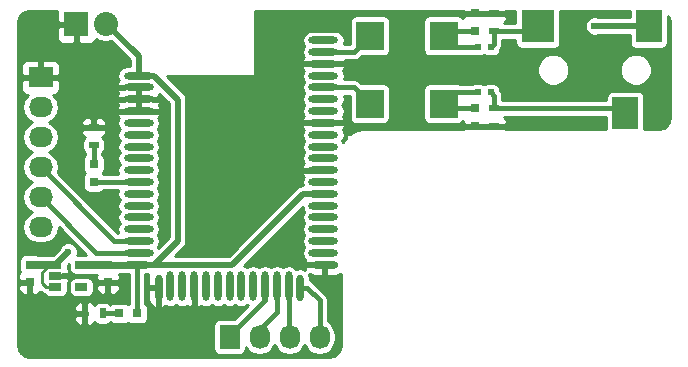
<source format=gtl>
G04 #@! TF.FileFunction,Copper,L1,Top,Signal*
%FSLAX46Y46*%
G04 Gerber Fmt 4.6, Leading zero omitted, Abs format (unit mm)*
G04 Created by KiCad (PCBNEW 4.0.2+e4-6225~38~ubuntu15.04.1-stable) date Mon 20 Jun 2016 12:15:46 AM PDT*
%MOMM*%
G01*
G04 APERTURE LIST*
%ADD10C,0.100000*%
%ADD11C,0.600000*%
%ADD12R,0.750000X0.800000*%
%ADD13R,2.370000X2.430000*%
%ADD14R,0.797560X0.797560*%
%ADD15R,0.600000X0.500000*%
%ADD16R,2.032000X1.727200*%
%ADD17O,2.032000X1.727200*%
%ADD18R,1.727200X2.032000*%
%ADD19O,1.727200X2.032000*%
%ADD20R,2.200000X2.800000*%
%ADD21R,2.800000X2.800000*%
%ADD22R,0.900000X0.500000*%
%ADD23R,0.500000X0.900000*%
%ADD24O,2.250000X0.600000*%
%ADD25O,2.500000X0.600000*%
%ADD26O,0.600000X2.250000*%
%ADD27O,0.600000X2.500000*%
%ADD28R,1.060000X0.650000*%
%ADD29R,2.032000X2.032000*%
%ADD30O,2.032000X2.032000*%
%ADD31C,0.500000*%
%ADD32C,0.650000*%
%ADD33C,0.250000*%
%ADD34C,0.400000*%
%ADD35C,0.600000*%
%ADD36C,0.254000*%
G04 APERTURE END LIST*
D10*
D11*
X148700000Y-79100000D03*
X144500000Y-79100000D03*
X148700000Y-88640000D03*
X144500000Y-88640000D03*
X131150000Y-83370000D03*
X134750000Y-83370000D03*
X134750000Y-88370000D03*
X131150000Y-88370000D03*
X131150000Y-92370000D03*
X131275000Y-100370000D03*
X122000000Y-104000000D03*
X119000000Y-104000000D03*
X114700000Y-103000000D03*
X111700000Y-104500000D03*
X111350000Y-101320000D03*
X108100000Y-103000000D03*
X112250000Y-88750000D03*
X119100000Y-86370000D03*
X115500000Y-86370000D03*
X115500000Y-85370000D03*
D12*
X108100000Y-100370000D03*
X108100000Y-101870000D03*
X114700000Y-100370000D03*
X114700000Y-101870000D03*
D13*
X143120000Y-81000000D03*
X136880000Y-81000000D03*
X143120000Y-86740000D03*
X136880000Y-86740000D03*
D12*
X145750000Y-87140000D03*
X145750000Y-88640000D03*
X145750000Y-79100000D03*
X145750000Y-80600000D03*
D14*
X113500000Y-93370000D03*
X113500000Y-91871400D03*
X117179300Y-104500000D03*
X115680700Y-104500000D03*
D15*
X146000000Y-81965000D03*
X147100000Y-81965000D03*
X147100000Y-85775000D03*
X146000000Y-85775000D03*
D16*
X109000000Y-84500000D03*
D17*
X109000000Y-87040000D03*
X109000000Y-89580000D03*
X109000000Y-92120000D03*
X109000000Y-94660000D03*
X109000000Y-97200000D03*
D18*
X125000000Y-106500000D03*
D19*
X127540000Y-106500000D03*
X130080000Y-106500000D03*
X132620000Y-106500000D03*
D20*
X160500000Y-80170000D03*
D21*
X151100000Y-80170000D03*
D20*
X158500000Y-87570000D03*
D22*
X113500000Y-90250000D03*
X113500000Y-88750000D03*
D23*
X114250000Y-104500000D03*
X112750000Y-104500000D03*
D22*
X147400000Y-79100000D03*
X147400000Y-80600000D03*
X147400000Y-87140000D03*
X147400000Y-88640000D03*
D24*
X117175000Y-100370000D03*
D25*
X117300000Y-99370000D03*
X117300000Y-98370000D03*
X117300000Y-97370000D03*
X117300000Y-96370000D03*
X117300000Y-95370000D03*
X117300000Y-94370000D03*
X117300000Y-93370000D03*
X117300000Y-92370000D03*
X117300000Y-91370000D03*
X117300000Y-90370000D03*
X117300000Y-89370000D03*
X117300000Y-88370000D03*
X117300000Y-87370000D03*
X117300000Y-86370000D03*
X117300000Y-85370000D03*
X117300000Y-84370000D03*
D24*
X133075000Y-100370000D03*
D25*
X132950000Y-99370000D03*
X132950000Y-98370000D03*
X132950000Y-97370000D03*
X132950000Y-96370000D03*
X132950000Y-95370000D03*
X132950000Y-94370000D03*
X132950000Y-93370000D03*
X132950000Y-92370000D03*
X132950000Y-91370000D03*
X132950000Y-90370000D03*
X132950000Y-89370000D03*
X132950000Y-88370000D03*
X132950000Y-87370000D03*
X132950000Y-86370000D03*
X132950000Y-85370000D03*
X132950000Y-84370000D03*
X132950000Y-83370000D03*
X132950000Y-82370000D03*
X132950000Y-81370000D03*
D26*
X119000000Y-102325000D03*
D27*
X120000000Y-102200000D03*
X121000000Y-102200000D03*
X122000000Y-102200000D03*
X123000000Y-102200000D03*
X124000000Y-102200000D03*
X125000000Y-102200000D03*
X126000000Y-102200000D03*
X127000000Y-102200000D03*
X128000000Y-102200000D03*
X129000000Y-102200000D03*
X130000000Y-102200000D03*
D26*
X131000000Y-102325000D03*
D28*
X110250000Y-100370000D03*
X110250000Y-101320000D03*
X110250000Y-102270000D03*
X112450000Y-102270000D03*
X112450000Y-100370000D03*
D29*
X112040000Y-80020000D03*
D30*
X114580000Y-80020000D03*
D11*
X111350000Y-99270000D03*
X155900000Y-80160000D03*
D31*
X110250000Y-100370000D02*
X111350000Y-99270000D01*
D32*
X108100000Y-100370000D02*
X110250000Y-100370000D01*
D33*
X110250000Y-100370000D02*
X109759998Y-100370000D01*
X109759998Y-100370000D02*
X109150000Y-100979998D01*
X109150000Y-100979998D02*
X109150000Y-101950000D01*
X109150000Y-101950000D02*
X109470000Y-102270000D01*
X109470000Y-102270000D02*
X110250000Y-102270000D01*
D34*
X117175000Y-100370000D02*
X117175000Y-104495700D01*
D33*
X117175000Y-104495700D02*
X117179300Y-104500000D01*
D31*
X117300000Y-84370000D02*
X118580000Y-84370000D01*
X118580000Y-84370000D02*
X120600000Y-86390000D01*
X120600000Y-86390000D02*
X120600000Y-98350000D01*
X120600000Y-98350000D02*
X118580000Y-100370000D01*
X118580000Y-100370000D02*
X117175000Y-100370000D01*
X117175000Y-100370000D02*
X125240000Y-100370000D01*
X117300000Y-82740000D02*
X117300000Y-84370000D01*
X114580000Y-80020000D02*
X117300000Y-82740000D01*
D32*
X112450000Y-100370000D02*
X114700000Y-100370000D01*
D35*
X114700000Y-100370000D02*
X117175000Y-100370000D01*
D31*
X125240000Y-100370000D02*
X131240000Y-94370000D01*
X131240000Y-94370000D02*
X132950000Y-94370000D01*
D34*
X145750000Y-80600000D02*
X143520000Y-80600000D01*
X143520000Y-80600000D02*
X143120000Y-81000000D01*
X146000000Y-81965000D02*
X144085000Y-81965000D01*
X144085000Y-81965000D02*
X143120000Y-81000000D01*
X132950000Y-82370000D02*
X135510000Y-82370000D01*
X135510000Y-82370000D02*
X136880000Y-81000000D01*
X145750000Y-87140000D02*
X143520000Y-87140000D01*
X143520000Y-87140000D02*
X143120000Y-86740000D01*
X146000000Y-85775000D02*
X144085000Y-85775000D01*
X144085000Y-85775000D02*
X143120000Y-86740000D01*
X132950000Y-85370000D02*
X135510000Y-85370000D01*
X135510000Y-85370000D02*
X136880000Y-86740000D01*
X113500000Y-93370000D02*
X117300000Y-93370000D01*
X113500000Y-91871400D02*
X113500000Y-90250000D01*
X115680700Y-104500000D02*
X114250000Y-104500000D01*
X147400000Y-80600000D02*
X147400000Y-81665000D01*
X147400000Y-81665000D02*
X147100000Y-81965000D01*
X147400000Y-80600000D02*
X150670000Y-80600000D01*
X150670000Y-80600000D02*
X151100000Y-80170000D01*
X147400000Y-87140000D02*
X147400000Y-86075000D01*
X147400000Y-86075000D02*
X147100000Y-85775000D01*
X147400000Y-87140000D02*
X158070000Y-87140000D01*
X158070000Y-87140000D02*
X158500000Y-87570000D01*
X117300000Y-98370000D02*
X115250000Y-98370000D01*
X115250000Y-98370000D02*
X109000000Y-92120000D01*
X117300000Y-99370000D02*
X113710000Y-99370000D01*
X113710000Y-99370000D02*
X109000000Y-94660000D01*
X128000000Y-102200000D02*
X128000000Y-103347600D01*
X128000000Y-103347600D02*
X125000000Y-106347600D01*
X125000000Y-106347600D02*
X125000000Y-106500000D01*
X127540000Y-106500000D02*
X127540000Y-105810000D01*
X127540000Y-105810000D02*
X129000000Y-104350000D01*
X129000000Y-104350000D02*
X129000000Y-102200000D01*
X130000000Y-102200000D02*
X130000000Y-106420000D01*
X130000000Y-106420000D02*
X130080000Y-106500000D01*
X132620000Y-103395000D02*
X132620000Y-106500000D01*
X131000000Y-102325000D02*
X131550000Y-102325000D01*
X131550000Y-102325000D02*
X132620000Y-103395000D01*
D31*
X155900000Y-80160000D02*
X160490000Y-80160000D01*
D33*
X160490000Y-80160000D02*
X160500000Y-80170000D01*
D36*
G36*
X110389000Y-79734250D02*
X110547750Y-79893000D01*
X111913000Y-79893000D01*
X111913000Y-79873000D01*
X112167000Y-79873000D01*
X112167000Y-79893000D01*
X112187000Y-79893000D01*
X112187000Y-80147000D01*
X112167000Y-80147000D01*
X112167000Y-81512250D01*
X112325750Y-81671000D01*
X113182309Y-81671000D01*
X113415698Y-81574327D01*
X113594327Y-81395699D01*
X113664621Y-81225994D01*
X113966933Y-81427992D01*
X114550143Y-81544000D01*
X114609857Y-81544000D01*
X114961983Y-81473957D01*
X116542000Y-83053974D01*
X116542000Y-83562000D01*
X116315559Y-83562000D01*
X116006351Y-83623505D01*
X115744217Y-83798658D01*
X115569064Y-84060792D01*
X115507559Y-84370000D01*
X115569064Y-84679208D01*
X115630372Y-84770962D01*
X115599052Y-84798657D01*
X115454937Y-85099653D01*
X115584210Y-85243000D01*
X117173000Y-85243000D01*
X117173000Y-85223000D01*
X117427000Y-85223000D01*
X117427000Y-85243000D01*
X117447000Y-85243000D01*
X117447000Y-85435000D01*
X117427000Y-85435000D01*
X117427000Y-86305000D01*
X118377000Y-86305000D01*
X118557214Y-86243000D01*
X119015790Y-86243000D01*
X119145063Y-86099653D01*
X119059984Y-85921958D01*
X119842000Y-86703974D01*
X119842000Y-98036026D01*
X118945339Y-98932687D01*
X118903452Y-98870000D01*
X119030936Y-98679208D01*
X119092441Y-98370000D01*
X119030936Y-98060792D01*
X118903452Y-97870000D01*
X119030936Y-97679208D01*
X119092441Y-97370000D01*
X119030936Y-97060792D01*
X118903452Y-96870000D01*
X119030936Y-96679208D01*
X119092441Y-96370000D01*
X119030936Y-96060792D01*
X118903452Y-95870000D01*
X119030936Y-95679208D01*
X119092441Y-95370000D01*
X119030936Y-95060792D01*
X118903452Y-94870000D01*
X119030936Y-94679208D01*
X119092441Y-94370000D01*
X119030936Y-94060792D01*
X118903452Y-93870000D01*
X119030936Y-93679208D01*
X119092441Y-93370000D01*
X119030936Y-93060792D01*
X118903452Y-92870000D01*
X119030936Y-92679208D01*
X119092441Y-92370000D01*
X119030936Y-92060792D01*
X118903452Y-91870000D01*
X119030936Y-91679208D01*
X119092441Y-91370000D01*
X119030936Y-91060792D01*
X118903452Y-90870000D01*
X119030936Y-90679208D01*
X119092441Y-90370000D01*
X119030936Y-90060792D01*
X118903452Y-89870000D01*
X119030936Y-89679208D01*
X119092441Y-89370000D01*
X119030936Y-89060792D01*
X118903452Y-88870000D01*
X119030936Y-88679208D01*
X119092441Y-88370000D01*
X119030936Y-88060792D01*
X118969628Y-87969038D01*
X119000948Y-87941343D01*
X119145063Y-87640347D01*
X119015790Y-87497000D01*
X117427000Y-87497000D01*
X117427000Y-87517000D01*
X117173000Y-87517000D01*
X117173000Y-87497000D01*
X115584210Y-87497000D01*
X115454937Y-87640347D01*
X115599052Y-87941343D01*
X115630372Y-87969038D01*
X115569064Y-88060792D01*
X115507559Y-88370000D01*
X115569064Y-88679208D01*
X115696548Y-88870000D01*
X115569064Y-89060792D01*
X115507559Y-89370000D01*
X115569064Y-89679208D01*
X115696548Y-89870000D01*
X115569064Y-90060792D01*
X115507559Y-90370000D01*
X115569064Y-90679208D01*
X115696548Y-90870000D01*
X115569064Y-91060792D01*
X115507559Y-91370000D01*
X115569064Y-91679208D01*
X115696548Y-91870000D01*
X115569064Y-92060792D01*
X115507559Y-92370000D01*
X115565641Y-92662000D01*
X114303470Y-92662000D01*
X114275545Y-92618603D01*
X114375925Y-92471692D01*
X114416732Y-92270180D01*
X114416732Y-91472620D01*
X114381310Y-91284367D01*
X114270052Y-91111467D01*
X114208000Y-91069069D01*
X114208000Y-90937649D01*
X114311153Y-90871272D01*
X114427145Y-90701512D01*
X114467952Y-90500000D01*
X114467952Y-90000000D01*
X114432530Y-89811747D01*
X114321272Y-89638847D01*
X114225313Y-89573281D01*
X114309699Y-89538327D01*
X114488327Y-89359698D01*
X114585000Y-89126309D01*
X114585000Y-89033750D01*
X114426250Y-88875000D01*
X113627000Y-88875000D01*
X113627000Y-88897000D01*
X113373000Y-88897000D01*
X113373000Y-88875000D01*
X112573750Y-88875000D01*
X112415000Y-89033750D01*
X112415000Y-89126309D01*
X112511673Y-89359698D01*
X112690301Y-89538327D01*
X112774886Y-89573363D01*
X112688847Y-89628728D01*
X112572855Y-89798488D01*
X112532048Y-90000000D01*
X112532048Y-90500000D01*
X112567470Y-90688253D01*
X112678728Y-90861153D01*
X112792000Y-90938548D01*
X112792000Y-91067930D01*
X112740067Y-91101348D01*
X112624075Y-91271108D01*
X112583268Y-91472620D01*
X112583268Y-92270180D01*
X112618690Y-92458433D01*
X112724455Y-92622797D01*
X112624075Y-92769708D01*
X112583268Y-92971220D01*
X112583268Y-93768780D01*
X112618690Y-93957033D01*
X112729948Y-94129933D01*
X112899708Y-94245925D01*
X113101220Y-94286732D01*
X113898780Y-94286732D01*
X114087033Y-94251310D01*
X114259933Y-94140052D01*
X114302331Y-94078000D01*
X115565641Y-94078000D01*
X115507559Y-94370000D01*
X115569064Y-94679208D01*
X115696548Y-94870000D01*
X115569064Y-95060792D01*
X115507559Y-95370000D01*
X115569064Y-95679208D01*
X115696548Y-95870000D01*
X115569064Y-96060792D01*
X115507559Y-96370000D01*
X115569064Y-96679208D01*
X115696548Y-96870000D01*
X115569064Y-97060792D01*
X115507559Y-97370000D01*
X115565641Y-97662000D01*
X115543263Y-97662000D01*
X110462176Y-92580912D01*
X110553857Y-92120000D01*
X110449450Y-91595111D01*
X110152125Y-91150132D01*
X109707146Y-90852807D01*
X109693034Y-90850000D01*
X109707146Y-90847193D01*
X110152125Y-90549868D01*
X110449450Y-90104889D01*
X110553857Y-89580000D01*
X110449450Y-89055111D01*
X110152125Y-88610132D01*
X109798266Y-88373691D01*
X112415000Y-88373691D01*
X112415000Y-88466250D01*
X112573750Y-88625000D01*
X113373000Y-88625000D01*
X113373000Y-88023750D01*
X113627000Y-88023750D01*
X113627000Y-88625000D01*
X114426250Y-88625000D01*
X114585000Y-88466250D01*
X114585000Y-88373691D01*
X114488327Y-88140302D01*
X114309699Y-87961673D01*
X114076310Y-87865000D01*
X113785750Y-87865000D01*
X113627000Y-88023750D01*
X113373000Y-88023750D01*
X113214250Y-87865000D01*
X112923690Y-87865000D01*
X112690301Y-87961673D01*
X112511673Y-88140302D01*
X112415000Y-88373691D01*
X109798266Y-88373691D01*
X109707146Y-88312807D01*
X109693034Y-88310000D01*
X109707146Y-88307193D01*
X110152125Y-88009868D01*
X110449450Y-87564889D01*
X110553857Y-87040000D01*
X110474362Y-86640347D01*
X115454937Y-86640347D01*
X115564893Y-86870000D01*
X115454937Y-87099653D01*
X115584210Y-87243000D01*
X116042786Y-87243000D01*
X116223000Y-87305000D01*
X117173000Y-87305000D01*
X117173000Y-86435000D01*
X117427000Y-86435000D01*
X117427000Y-87305000D01*
X118377000Y-87305000D01*
X118557214Y-87243000D01*
X119015790Y-87243000D01*
X119145063Y-87099653D01*
X119035107Y-86870000D01*
X119145063Y-86640347D01*
X119015790Y-86497000D01*
X118557214Y-86497000D01*
X118377000Y-86435000D01*
X117427000Y-86435000D01*
X117173000Y-86435000D01*
X116223000Y-86435000D01*
X116042786Y-86497000D01*
X115584210Y-86497000D01*
X115454937Y-86640347D01*
X110474362Y-86640347D01*
X110449450Y-86515111D01*
X110152125Y-86070132D01*
X110045070Y-85998600D01*
X110142310Y-85998600D01*
X110375699Y-85901927D01*
X110554327Y-85723298D01*
X110588686Y-85640347D01*
X115454937Y-85640347D01*
X115564893Y-85870000D01*
X115454937Y-86099653D01*
X115584210Y-86243000D01*
X116042786Y-86243000D01*
X116223000Y-86305000D01*
X117173000Y-86305000D01*
X117173000Y-85435000D01*
X116223000Y-85435000D01*
X116042786Y-85497000D01*
X115584210Y-85497000D01*
X115454937Y-85640347D01*
X110588686Y-85640347D01*
X110651000Y-85489909D01*
X110651000Y-84785750D01*
X110492250Y-84627000D01*
X109127000Y-84627000D01*
X109127000Y-84647000D01*
X108873000Y-84647000D01*
X108873000Y-84627000D01*
X107507750Y-84627000D01*
X107349000Y-84785750D01*
X107349000Y-85489909D01*
X107445673Y-85723298D01*
X107624301Y-85901927D01*
X107857690Y-85998600D01*
X107954930Y-85998600D01*
X107847875Y-86070132D01*
X107550550Y-86515111D01*
X107446143Y-87040000D01*
X107550550Y-87564889D01*
X107847875Y-88009868D01*
X108292854Y-88307193D01*
X108306966Y-88310000D01*
X108292854Y-88312807D01*
X107847875Y-88610132D01*
X107550550Y-89055111D01*
X107446143Y-89580000D01*
X107550550Y-90104889D01*
X107847875Y-90549868D01*
X108292854Y-90847193D01*
X108306966Y-90850000D01*
X108292854Y-90852807D01*
X107847875Y-91150132D01*
X107550550Y-91595111D01*
X107446143Y-92120000D01*
X107550550Y-92644889D01*
X107847875Y-93089868D01*
X108292854Y-93387193D01*
X108306966Y-93390000D01*
X108292854Y-93392807D01*
X107847875Y-93690132D01*
X107550550Y-94135111D01*
X107446143Y-94660000D01*
X107550550Y-95184889D01*
X107847875Y-95629868D01*
X108292854Y-95927193D01*
X108306966Y-95930000D01*
X108292854Y-95932807D01*
X107847875Y-96230132D01*
X107550550Y-96675111D01*
X107446143Y-97200000D01*
X107550550Y-97724889D01*
X107847875Y-98169868D01*
X108292854Y-98467193D01*
X108817743Y-98571600D01*
X109182257Y-98571600D01*
X109707146Y-98467193D01*
X110152125Y-98169868D01*
X110449450Y-97724889D01*
X110551348Y-97212612D01*
X112865784Y-99527048D01*
X112118154Y-99527048D01*
X112157860Y-99431426D01*
X112158140Y-99109984D01*
X112035389Y-98812903D01*
X111808293Y-98585410D01*
X111511426Y-98462140D01*
X111189984Y-98461860D01*
X110892903Y-98584611D01*
X110665410Y-98811707D01*
X110615058Y-98932968D01*
X110020978Y-99527048D01*
X109720000Y-99527048D01*
X109667109Y-99537000D01*
X108741120Y-99537000D01*
X108676512Y-99492855D01*
X108475000Y-99452048D01*
X107725000Y-99452048D01*
X107536747Y-99487470D01*
X107363847Y-99598728D01*
X107247855Y-99768488D01*
X107207048Y-99970000D01*
X107207048Y-100770000D01*
X107242470Y-100958253D01*
X107280156Y-101016819D01*
X107186673Y-101110302D01*
X107090000Y-101343691D01*
X107090000Y-101584250D01*
X107248750Y-101743000D01*
X107973000Y-101743000D01*
X107973000Y-101723000D01*
X108227000Y-101723000D01*
X108227000Y-101743000D01*
X108247000Y-101743000D01*
X108247000Y-101997000D01*
X108227000Y-101997000D01*
X108227000Y-102746250D01*
X108385750Y-102905000D01*
X108601310Y-102905000D01*
X108834699Y-102808327D01*
X108973914Y-102669111D01*
X109022399Y-102717596D01*
X109022401Y-102717599D01*
X109184084Y-102825632D01*
X109227761Y-102854816D01*
X109291704Y-102867535D01*
X109348728Y-102956153D01*
X109518488Y-103072145D01*
X109720000Y-103112952D01*
X110780000Y-103112952D01*
X110968253Y-103077530D01*
X111141153Y-102966272D01*
X111257145Y-102796512D01*
X111297952Y-102595000D01*
X111297952Y-102025074D01*
X111318327Y-102004699D01*
X111343055Y-101945000D01*
X111402048Y-101945000D01*
X111402048Y-102595000D01*
X111437470Y-102783253D01*
X111548728Y-102956153D01*
X111718488Y-103072145D01*
X111920000Y-103112952D01*
X112980000Y-103112952D01*
X113168253Y-103077530D01*
X113341153Y-102966272D01*
X113457145Y-102796512D01*
X113497952Y-102595000D01*
X113497952Y-102155750D01*
X113690000Y-102155750D01*
X113690000Y-102396309D01*
X113786673Y-102629698D01*
X113965301Y-102808327D01*
X114198690Y-102905000D01*
X114414250Y-102905000D01*
X114573000Y-102746250D01*
X114573000Y-101997000D01*
X114827000Y-101997000D01*
X114827000Y-102746250D01*
X114985750Y-102905000D01*
X115201310Y-102905000D01*
X115434699Y-102808327D01*
X115613327Y-102629698D01*
X115710000Y-102396309D01*
X115710000Y-102155750D01*
X115551250Y-101997000D01*
X114827000Y-101997000D01*
X114573000Y-101997000D01*
X113848750Y-101997000D01*
X113690000Y-102155750D01*
X113497952Y-102155750D01*
X113497952Y-101945000D01*
X113462530Y-101756747D01*
X113351272Y-101583847D01*
X113181512Y-101467855D01*
X112980000Y-101427048D01*
X111920000Y-101427048D01*
X111731747Y-101462470D01*
X111558847Y-101573728D01*
X111442855Y-101743488D01*
X111402048Y-101945000D01*
X111343055Y-101945000D01*
X111415000Y-101771310D01*
X111415000Y-101605750D01*
X111256250Y-101447000D01*
X110878526Y-101447000D01*
X110780000Y-101427048D01*
X110103000Y-101427048D01*
X110103000Y-101212952D01*
X110780000Y-101212952D01*
X110886036Y-101193000D01*
X111256250Y-101193000D01*
X111415000Y-101034250D01*
X111415000Y-100868690D01*
X111318327Y-100635301D01*
X111297952Y-100614926D01*
X111297952Y-100394022D01*
X111402048Y-100289926D01*
X111402048Y-100695000D01*
X111437470Y-100883253D01*
X111548728Y-101056153D01*
X111718488Y-101172145D01*
X111920000Y-101212952D01*
X112980000Y-101212952D01*
X113032891Y-101203000D01*
X113748276Y-101203000D01*
X113690000Y-101343691D01*
X113690000Y-101584250D01*
X113848750Y-101743000D01*
X114573000Y-101743000D01*
X114573000Y-101723000D01*
X114827000Y-101723000D01*
X114827000Y-101743000D01*
X115551250Y-101743000D01*
X115710000Y-101584250D01*
X115710000Y-101343691D01*
X115641368Y-101178000D01*
X116467000Y-101178000D01*
X116467000Y-103699297D01*
X116427903Y-103724455D01*
X116280992Y-103624075D01*
X116079480Y-103583268D01*
X115281920Y-103583268D01*
X115093667Y-103618690D01*
X114920767Y-103729948D01*
X114908898Y-103747319D01*
X114871272Y-103688847D01*
X114701512Y-103572855D01*
X114500000Y-103532048D01*
X114000000Y-103532048D01*
X113811747Y-103567470D01*
X113638847Y-103678728D01*
X113573281Y-103774687D01*
X113538327Y-103690301D01*
X113359698Y-103511673D01*
X113126309Y-103415000D01*
X113033750Y-103415000D01*
X112875000Y-103573750D01*
X112875000Y-104373000D01*
X112897000Y-104373000D01*
X112897000Y-104627000D01*
X112875000Y-104627000D01*
X112875000Y-105426250D01*
X113033750Y-105585000D01*
X113126309Y-105585000D01*
X113359698Y-105488327D01*
X113538327Y-105309699D01*
X113573363Y-105225114D01*
X113628728Y-105311153D01*
X113798488Y-105427145D01*
X114000000Y-105467952D01*
X114500000Y-105467952D01*
X114688253Y-105432530D01*
X114861153Y-105321272D01*
X114906970Y-105254217D01*
X114910648Y-105259933D01*
X115080408Y-105375925D01*
X115281920Y-105416732D01*
X116079480Y-105416732D01*
X116267733Y-105381310D01*
X116432097Y-105275545D01*
X116579008Y-105375925D01*
X116780520Y-105416732D01*
X117578080Y-105416732D01*
X117766333Y-105381310D01*
X117939233Y-105270052D01*
X118055225Y-105100292D01*
X118096032Y-104898780D01*
X118096032Y-104101220D01*
X118060610Y-103912967D01*
X117949352Y-103740067D01*
X117883000Y-103694731D01*
X117883000Y-102452000D01*
X118065000Y-102452000D01*
X118065000Y-103277000D01*
X118184773Y-103625142D01*
X118428657Y-103900948D01*
X118729653Y-104045063D01*
X118873000Y-103915790D01*
X118873000Y-102452000D01*
X118065000Y-102452000D01*
X117883000Y-102452000D01*
X117883000Y-101178000D01*
X118031992Y-101178000D01*
X118139440Y-101156627D01*
X118065000Y-101373000D01*
X118065000Y-102198000D01*
X118873000Y-102198000D01*
X118873000Y-102178000D01*
X119127000Y-102178000D01*
X119127000Y-102198000D01*
X119147000Y-102198000D01*
X119147000Y-102452000D01*
X119127000Y-102452000D01*
X119127000Y-103915790D01*
X119270347Y-104045063D01*
X119571343Y-103900948D01*
X119599038Y-103869628D01*
X119690792Y-103930936D01*
X120000000Y-103992441D01*
X120309208Y-103930936D01*
X120500000Y-103803452D01*
X120690792Y-103930936D01*
X121000000Y-103992441D01*
X121309208Y-103930936D01*
X121400962Y-103869628D01*
X121428657Y-103900948D01*
X121729653Y-104045063D01*
X121873000Y-103915790D01*
X121873000Y-102327000D01*
X121853000Y-102327000D01*
X121853000Y-102073000D01*
X121873000Y-102073000D01*
X121873000Y-102053000D01*
X122127000Y-102053000D01*
X122127000Y-102073000D01*
X122147000Y-102073000D01*
X122147000Y-102327000D01*
X122127000Y-102327000D01*
X122127000Y-103915790D01*
X122270347Y-104045063D01*
X122571343Y-103900948D01*
X122599038Y-103869628D01*
X122690792Y-103930936D01*
X123000000Y-103992441D01*
X123309208Y-103930936D01*
X123500000Y-103803452D01*
X123690792Y-103930936D01*
X124000000Y-103992441D01*
X124309208Y-103930936D01*
X124500000Y-103803452D01*
X124690792Y-103930936D01*
X125000000Y-103992441D01*
X125309208Y-103930936D01*
X125500000Y-103803452D01*
X125690792Y-103930936D01*
X126000000Y-103992441D01*
X126309208Y-103930936D01*
X126500000Y-103803452D01*
X126525707Y-103820629D01*
X125380288Y-104966048D01*
X124136400Y-104966048D01*
X123948147Y-105001470D01*
X123775247Y-105112728D01*
X123659255Y-105282488D01*
X123618448Y-105484000D01*
X123618448Y-107516000D01*
X123653870Y-107704253D01*
X123765128Y-107877153D01*
X123934888Y-107993145D01*
X124136400Y-108033952D01*
X125863600Y-108033952D01*
X126051853Y-107998530D01*
X126224753Y-107887272D01*
X126340745Y-107717512D01*
X126381552Y-107516000D01*
X126381552Y-107369895D01*
X126570132Y-107652125D01*
X127015111Y-107949450D01*
X127540000Y-108053857D01*
X128064889Y-107949450D01*
X128509868Y-107652125D01*
X128807193Y-107207146D01*
X128810000Y-107193034D01*
X128812807Y-107207146D01*
X129110132Y-107652125D01*
X129555111Y-107949450D01*
X130080000Y-108053857D01*
X130604889Y-107949450D01*
X131049868Y-107652125D01*
X131347193Y-107207146D01*
X131350000Y-107193034D01*
X131352807Y-107207146D01*
X131650132Y-107652125D01*
X132095111Y-107949450D01*
X132620000Y-108053857D01*
X133144889Y-107949450D01*
X133589868Y-107652125D01*
X133887193Y-107207146D01*
X133991600Y-106682257D01*
X133991600Y-106317743D01*
X133887193Y-105792854D01*
X133589868Y-105347875D01*
X133328000Y-105172901D01*
X133328000Y-103395005D01*
X133328001Y-103395000D01*
X133274107Y-103124060D01*
X133242435Y-103076660D01*
X133120632Y-102894368D01*
X133120629Y-102894366D01*
X132050632Y-101824368D01*
X131820940Y-101670893D01*
X131808000Y-101668319D01*
X131808000Y-101468008D01*
X131746820Y-101160434D01*
X131774858Y-101185227D01*
X132123000Y-101305000D01*
X132948000Y-101305000D01*
X132948000Y-100497000D01*
X131484210Y-100497000D01*
X131354937Y-100640347D01*
X131433592Y-100804624D01*
X131309208Y-100721513D01*
X131000000Y-100660008D01*
X130690792Y-100721513D01*
X130643918Y-100752834D01*
X130571342Y-100644217D01*
X130309208Y-100469064D01*
X130000000Y-100407559D01*
X129690792Y-100469064D01*
X129500000Y-100596548D01*
X129309208Y-100469064D01*
X129000000Y-100407559D01*
X128690792Y-100469064D01*
X128500000Y-100596548D01*
X128309208Y-100469064D01*
X128000000Y-100407559D01*
X127690792Y-100469064D01*
X127500000Y-100596548D01*
X127309208Y-100469064D01*
X127000000Y-100407559D01*
X126690792Y-100469064D01*
X126500000Y-100596548D01*
X126309208Y-100469064D01*
X126228887Y-100453087D01*
X131183178Y-95498796D01*
X131219064Y-95679208D01*
X131346548Y-95870000D01*
X131219064Y-96060792D01*
X131157559Y-96370000D01*
X131219064Y-96679208D01*
X131346548Y-96870000D01*
X131219064Y-97060792D01*
X131157559Y-97370000D01*
X131219064Y-97679208D01*
X131346548Y-97870000D01*
X131219064Y-98060792D01*
X131157559Y-98370000D01*
X131219064Y-98679208D01*
X131346548Y-98870000D01*
X131219064Y-99060792D01*
X131157559Y-99370000D01*
X131219064Y-99679208D01*
X131394217Y-99941342D01*
X131421884Y-99959829D01*
X131354937Y-100099653D01*
X131484210Y-100243000D01*
X132948000Y-100243000D01*
X132948000Y-100223000D01*
X133202000Y-100223000D01*
X133202000Y-100243000D01*
X133222000Y-100243000D01*
X133222000Y-100497000D01*
X133202000Y-100497000D01*
X133202000Y-101305000D01*
X134027000Y-101305000D01*
X134375142Y-101185227D01*
X134417000Y-101148214D01*
X134417000Y-107192578D01*
X134336645Y-107596550D01*
X134140340Y-107890340D01*
X133846550Y-108086645D01*
X133442578Y-108167000D01*
X108057422Y-108167000D01*
X107653450Y-108086645D01*
X107359660Y-107890340D01*
X107163355Y-107596550D01*
X107083000Y-107192578D01*
X107083000Y-104785750D01*
X111865000Y-104785750D01*
X111865000Y-105076310D01*
X111961673Y-105309699D01*
X112140302Y-105488327D01*
X112373691Y-105585000D01*
X112466250Y-105585000D01*
X112625000Y-105426250D01*
X112625000Y-104627000D01*
X112023750Y-104627000D01*
X111865000Y-104785750D01*
X107083000Y-104785750D01*
X107083000Y-103923690D01*
X111865000Y-103923690D01*
X111865000Y-104214250D01*
X112023750Y-104373000D01*
X112625000Y-104373000D01*
X112625000Y-103573750D01*
X112466250Y-103415000D01*
X112373691Y-103415000D01*
X112140302Y-103511673D01*
X111961673Y-103690301D01*
X111865000Y-103923690D01*
X107083000Y-103923690D01*
X107083000Y-102155750D01*
X107090000Y-102155750D01*
X107090000Y-102396309D01*
X107186673Y-102629698D01*
X107365301Y-102808327D01*
X107598690Y-102905000D01*
X107814250Y-102905000D01*
X107973000Y-102746250D01*
X107973000Y-101997000D01*
X107248750Y-101997000D01*
X107090000Y-102155750D01*
X107083000Y-102155750D01*
X107083000Y-83510091D01*
X107349000Y-83510091D01*
X107349000Y-84214250D01*
X107507750Y-84373000D01*
X108873000Y-84373000D01*
X108873000Y-83160150D01*
X109127000Y-83160150D01*
X109127000Y-84373000D01*
X110492250Y-84373000D01*
X110651000Y-84214250D01*
X110651000Y-83510091D01*
X110554327Y-83276702D01*
X110375699Y-83098073D01*
X110142310Y-83001400D01*
X109285750Y-83001400D01*
X109127000Y-83160150D01*
X108873000Y-83160150D01*
X108714250Y-83001400D01*
X107857690Y-83001400D01*
X107624301Y-83098073D01*
X107445673Y-83276702D01*
X107349000Y-83510091D01*
X107083000Y-83510091D01*
X107083000Y-80305750D01*
X110389000Y-80305750D01*
X110389000Y-81162310D01*
X110485673Y-81395699D01*
X110664302Y-81574327D01*
X110897691Y-81671000D01*
X111754250Y-81671000D01*
X111913000Y-81512250D01*
X111913000Y-80147000D01*
X110547750Y-80147000D01*
X110389000Y-80305750D01*
X107083000Y-80305750D01*
X107083000Y-79857422D01*
X107163355Y-79453450D01*
X107359660Y-79159660D01*
X107653450Y-78963355D01*
X108057422Y-78883000D01*
X110389000Y-78883000D01*
X110389000Y-79734250D01*
X110389000Y-79734250D01*
G37*
X110389000Y-79734250D02*
X110547750Y-79893000D01*
X111913000Y-79893000D01*
X111913000Y-79873000D01*
X112167000Y-79873000D01*
X112167000Y-79893000D01*
X112187000Y-79893000D01*
X112187000Y-80147000D01*
X112167000Y-80147000D01*
X112167000Y-81512250D01*
X112325750Y-81671000D01*
X113182309Y-81671000D01*
X113415698Y-81574327D01*
X113594327Y-81395699D01*
X113664621Y-81225994D01*
X113966933Y-81427992D01*
X114550143Y-81544000D01*
X114609857Y-81544000D01*
X114961983Y-81473957D01*
X116542000Y-83053974D01*
X116542000Y-83562000D01*
X116315559Y-83562000D01*
X116006351Y-83623505D01*
X115744217Y-83798658D01*
X115569064Y-84060792D01*
X115507559Y-84370000D01*
X115569064Y-84679208D01*
X115630372Y-84770962D01*
X115599052Y-84798657D01*
X115454937Y-85099653D01*
X115584210Y-85243000D01*
X117173000Y-85243000D01*
X117173000Y-85223000D01*
X117427000Y-85223000D01*
X117427000Y-85243000D01*
X117447000Y-85243000D01*
X117447000Y-85435000D01*
X117427000Y-85435000D01*
X117427000Y-86305000D01*
X118377000Y-86305000D01*
X118557214Y-86243000D01*
X119015790Y-86243000D01*
X119145063Y-86099653D01*
X119059984Y-85921958D01*
X119842000Y-86703974D01*
X119842000Y-98036026D01*
X118945339Y-98932687D01*
X118903452Y-98870000D01*
X119030936Y-98679208D01*
X119092441Y-98370000D01*
X119030936Y-98060792D01*
X118903452Y-97870000D01*
X119030936Y-97679208D01*
X119092441Y-97370000D01*
X119030936Y-97060792D01*
X118903452Y-96870000D01*
X119030936Y-96679208D01*
X119092441Y-96370000D01*
X119030936Y-96060792D01*
X118903452Y-95870000D01*
X119030936Y-95679208D01*
X119092441Y-95370000D01*
X119030936Y-95060792D01*
X118903452Y-94870000D01*
X119030936Y-94679208D01*
X119092441Y-94370000D01*
X119030936Y-94060792D01*
X118903452Y-93870000D01*
X119030936Y-93679208D01*
X119092441Y-93370000D01*
X119030936Y-93060792D01*
X118903452Y-92870000D01*
X119030936Y-92679208D01*
X119092441Y-92370000D01*
X119030936Y-92060792D01*
X118903452Y-91870000D01*
X119030936Y-91679208D01*
X119092441Y-91370000D01*
X119030936Y-91060792D01*
X118903452Y-90870000D01*
X119030936Y-90679208D01*
X119092441Y-90370000D01*
X119030936Y-90060792D01*
X118903452Y-89870000D01*
X119030936Y-89679208D01*
X119092441Y-89370000D01*
X119030936Y-89060792D01*
X118903452Y-88870000D01*
X119030936Y-88679208D01*
X119092441Y-88370000D01*
X119030936Y-88060792D01*
X118969628Y-87969038D01*
X119000948Y-87941343D01*
X119145063Y-87640347D01*
X119015790Y-87497000D01*
X117427000Y-87497000D01*
X117427000Y-87517000D01*
X117173000Y-87517000D01*
X117173000Y-87497000D01*
X115584210Y-87497000D01*
X115454937Y-87640347D01*
X115599052Y-87941343D01*
X115630372Y-87969038D01*
X115569064Y-88060792D01*
X115507559Y-88370000D01*
X115569064Y-88679208D01*
X115696548Y-88870000D01*
X115569064Y-89060792D01*
X115507559Y-89370000D01*
X115569064Y-89679208D01*
X115696548Y-89870000D01*
X115569064Y-90060792D01*
X115507559Y-90370000D01*
X115569064Y-90679208D01*
X115696548Y-90870000D01*
X115569064Y-91060792D01*
X115507559Y-91370000D01*
X115569064Y-91679208D01*
X115696548Y-91870000D01*
X115569064Y-92060792D01*
X115507559Y-92370000D01*
X115565641Y-92662000D01*
X114303470Y-92662000D01*
X114275545Y-92618603D01*
X114375925Y-92471692D01*
X114416732Y-92270180D01*
X114416732Y-91472620D01*
X114381310Y-91284367D01*
X114270052Y-91111467D01*
X114208000Y-91069069D01*
X114208000Y-90937649D01*
X114311153Y-90871272D01*
X114427145Y-90701512D01*
X114467952Y-90500000D01*
X114467952Y-90000000D01*
X114432530Y-89811747D01*
X114321272Y-89638847D01*
X114225313Y-89573281D01*
X114309699Y-89538327D01*
X114488327Y-89359698D01*
X114585000Y-89126309D01*
X114585000Y-89033750D01*
X114426250Y-88875000D01*
X113627000Y-88875000D01*
X113627000Y-88897000D01*
X113373000Y-88897000D01*
X113373000Y-88875000D01*
X112573750Y-88875000D01*
X112415000Y-89033750D01*
X112415000Y-89126309D01*
X112511673Y-89359698D01*
X112690301Y-89538327D01*
X112774886Y-89573363D01*
X112688847Y-89628728D01*
X112572855Y-89798488D01*
X112532048Y-90000000D01*
X112532048Y-90500000D01*
X112567470Y-90688253D01*
X112678728Y-90861153D01*
X112792000Y-90938548D01*
X112792000Y-91067930D01*
X112740067Y-91101348D01*
X112624075Y-91271108D01*
X112583268Y-91472620D01*
X112583268Y-92270180D01*
X112618690Y-92458433D01*
X112724455Y-92622797D01*
X112624075Y-92769708D01*
X112583268Y-92971220D01*
X112583268Y-93768780D01*
X112618690Y-93957033D01*
X112729948Y-94129933D01*
X112899708Y-94245925D01*
X113101220Y-94286732D01*
X113898780Y-94286732D01*
X114087033Y-94251310D01*
X114259933Y-94140052D01*
X114302331Y-94078000D01*
X115565641Y-94078000D01*
X115507559Y-94370000D01*
X115569064Y-94679208D01*
X115696548Y-94870000D01*
X115569064Y-95060792D01*
X115507559Y-95370000D01*
X115569064Y-95679208D01*
X115696548Y-95870000D01*
X115569064Y-96060792D01*
X115507559Y-96370000D01*
X115569064Y-96679208D01*
X115696548Y-96870000D01*
X115569064Y-97060792D01*
X115507559Y-97370000D01*
X115565641Y-97662000D01*
X115543263Y-97662000D01*
X110462176Y-92580912D01*
X110553857Y-92120000D01*
X110449450Y-91595111D01*
X110152125Y-91150132D01*
X109707146Y-90852807D01*
X109693034Y-90850000D01*
X109707146Y-90847193D01*
X110152125Y-90549868D01*
X110449450Y-90104889D01*
X110553857Y-89580000D01*
X110449450Y-89055111D01*
X110152125Y-88610132D01*
X109798266Y-88373691D01*
X112415000Y-88373691D01*
X112415000Y-88466250D01*
X112573750Y-88625000D01*
X113373000Y-88625000D01*
X113373000Y-88023750D01*
X113627000Y-88023750D01*
X113627000Y-88625000D01*
X114426250Y-88625000D01*
X114585000Y-88466250D01*
X114585000Y-88373691D01*
X114488327Y-88140302D01*
X114309699Y-87961673D01*
X114076310Y-87865000D01*
X113785750Y-87865000D01*
X113627000Y-88023750D01*
X113373000Y-88023750D01*
X113214250Y-87865000D01*
X112923690Y-87865000D01*
X112690301Y-87961673D01*
X112511673Y-88140302D01*
X112415000Y-88373691D01*
X109798266Y-88373691D01*
X109707146Y-88312807D01*
X109693034Y-88310000D01*
X109707146Y-88307193D01*
X110152125Y-88009868D01*
X110449450Y-87564889D01*
X110553857Y-87040000D01*
X110474362Y-86640347D01*
X115454937Y-86640347D01*
X115564893Y-86870000D01*
X115454937Y-87099653D01*
X115584210Y-87243000D01*
X116042786Y-87243000D01*
X116223000Y-87305000D01*
X117173000Y-87305000D01*
X117173000Y-86435000D01*
X117427000Y-86435000D01*
X117427000Y-87305000D01*
X118377000Y-87305000D01*
X118557214Y-87243000D01*
X119015790Y-87243000D01*
X119145063Y-87099653D01*
X119035107Y-86870000D01*
X119145063Y-86640347D01*
X119015790Y-86497000D01*
X118557214Y-86497000D01*
X118377000Y-86435000D01*
X117427000Y-86435000D01*
X117173000Y-86435000D01*
X116223000Y-86435000D01*
X116042786Y-86497000D01*
X115584210Y-86497000D01*
X115454937Y-86640347D01*
X110474362Y-86640347D01*
X110449450Y-86515111D01*
X110152125Y-86070132D01*
X110045070Y-85998600D01*
X110142310Y-85998600D01*
X110375699Y-85901927D01*
X110554327Y-85723298D01*
X110588686Y-85640347D01*
X115454937Y-85640347D01*
X115564893Y-85870000D01*
X115454937Y-86099653D01*
X115584210Y-86243000D01*
X116042786Y-86243000D01*
X116223000Y-86305000D01*
X117173000Y-86305000D01*
X117173000Y-85435000D01*
X116223000Y-85435000D01*
X116042786Y-85497000D01*
X115584210Y-85497000D01*
X115454937Y-85640347D01*
X110588686Y-85640347D01*
X110651000Y-85489909D01*
X110651000Y-84785750D01*
X110492250Y-84627000D01*
X109127000Y-84627000D01*
X109127000Y-84647000D01*
X108873000Y-84647000D01*
X108873000Y-84627000D01*
X107507750Y-84627000D01*
X107349000Y-84785750D01*
X107349000Y-85489909D01*
X107445673Y-85723298D01*
X107624301Y-85901927D01*
X107857690Y-85998600D01*
X107954930Y-85998600D01*
X107847875Y-86070132D01*
X107550550Y-86515111D01*
X107446143Y-87040000D01*
X107550550Y-87564889D01*
X107847875Y-88009868D01*
X108292854Y-88307193D01*
X108306966Y-88310000D01*
X108292854Y-88312807D01*
X107847875Y-88610132D01*
X107550550Y-89055111D01*
X107446143Y-89580000D01*
X107550550Y-90104889D01*
X107847875Y-90549868D01*
X108292854Y-90847193D01*
X108306966Y-90850000D01*
X108292854Y-90852807D01*
X107847875Y-91150132D01*
X107550550Y-91595111D01*
X107446143Y-92120000D01*
X107550550Y-92644889D01*
X107847875Y-93089868D01*
X108292854Y-93387193D01*
X108306966Y-93390000D01*
X108292854Y-93392807D01*
X107847875Y-93690132D01*
X107550550Y-94135111D01*
X107446143Y-94660000D01*
X107550550Y-95184889D01*
X107847875Y-95629868D01*
X108292854Y-95927193D01*
X108306966Y-95930000D01*
X108292854Y-95932807D01*
X107847875Y-96230132D01*
X107550550Y-96675111D01*
X107446143Y-97200000D01*
X107550550Y-97724889D01*
X107847875Y-98169868D01*
X108292854Y-98467193D01*
X108817743Y-98571600D01*
X109182257Y-98571600D01*
X109707146Y-98467193D01*
X110152125Y-98169868D01*
X110449450Y-97724889D01*
X110551348Y-97212612D01*
X112865784Y-99527048D01*
X112118154Y-99527048D01*
X112157860Y-99431426D01*
X112158140Y-99109984D01*
X112035389Y-98812903D01*
X111808293Y-98585410D01*
X111511426Y-98462140D01*
X111189984Y-98461860D01*
X110892903Y-98584611D01*
X110665410Y-98811707D01*
X110615058Y-98932968D01*
X110020978Y-99527048D01*
X109720000Y-99527048D01*
X109667109Y-99537000D01*
X108741120Y-99537000D01*
X108676512Y-99492855D01*
X108475000Y-99452048D01*
X107725000Y-99452048D01*
X107536747Y-99487470D01*
X107363847Y-99598728D01*
X107247855Y-99768488D01*
X107207048Y-99970000D01*
X107207048Y-100770000D01*
X107242470Y-100958253D01*
X107280156Y-101016819D01*
X107186673Y-101110302D01*
X107090000Y-101343691D01*
X107090000Y-101584250D01*
X107248750Y-101743000D01*
X107973000Y-101743000D01*
X107973000Y-101723000D01*
X108227000Y-101723000D01*
X108227000Y-101743000D01*
X108247000Y-101743000D01*
X108247000Y-101997000D01*
X108227000Y-101997000D01*
X108227000Y-102746250D01*
X108385750Y-102905000D01*
X108601310Y-102905000D01*
X108834699Y-102808327D01*
X108973914Y-102669111D01*
X109022399Y-102717596D01*
X109022401Y-102717599D01*
X109184084Y-102825632D01*
X109227761Y-102854816D01*
X109291704Y-102867535D01*
X109348728Y-102956153D01*
X109518488Y-103072145D01*
X109720000Y-103112952D01*
X110780000Y-103112952D01*
X110968253Y-103077530D01*
X111141153Y-102966272D01*
X111257145Y-102796512D01*
X111297952Y-102595000D01*
X111297952Y-102025074D01*
X111318327Y-102004699D01*
X111343055Y-101945000D01*
X111402048Y-101945000D01*
X111402048Y-102595000D01*
X111437470Y-102783253D01*
X111548728Y-102956153D01*
X111718488Y-103072145D01*
X111920000Y-103112952D01*
X112980000Y-103112952D01*
X113168253Y-103077530D01*
X113341153Y-102966272D01*
X113457145Y-102796512D01*
X113497952Y-102595000D01*
X113497952Y-102155750D01*
X113690000Y-102155750D01*
X113690000Y-102396309D01*
X113786673Y-102629698D01*
X113965301Y-102808327D01*
X114198690Y-102905000D01*
X114414250Y-102905000D01*
X114573000Y-102746250D01*
X114573000Y-101997000D01*
X114827000Y-101997000D01*
X114827000Y-102746250D01*
X114985750Y-102905000D01*
X115201310Y-102905000D01*
X115434699Y-102808327D01*
X115613327Y-102629698D01*
X115710000Y-102396309D01*
X115710000Y-102155750D01*
X115551250Y-101997000D01*
X114827000Y-101997000D01*
X114573000Y-101997000D01*
X113848750Y-101997000D01*
X113690000Y-102155750D01*
X113497952Y-102155750D01*
X113497952Y-101945000D01*
X113462530Y-101756747D01*
X113351272Y-101583847D01*
X113181512Y-101467855D01*
X112980000Y-101427048D01*
X111920000Y-101427048D01*
X111731747Y-101462470D01*
X111558847Y-101573728D01*
X111442855Y-101743488D01*
X111402048Y-101945000D01*
X111343055Y-101945000D01*
X111415000Y-101771310D01*
X111415000Y-101605750D01*
X111256250Y-101447000D01*
X110878526Y-101447000D01*
X110780000Y-101427048D01*
X110103000Y-101427048D01*
X110103000Y-101212952D01*
X110780000Y-101212952D01*
X110886036Y-101193000D01*
X111256250Y-101193000D01*
X111415000Y-101034250D01*
X111415000Y-100868690D01*
X111318327Y-100635301D01*
X111297952Y-100614926D01*
X111297952Y-100394022D01*
X111402048Y-100289926D01*
X111402048Y-100695000D01*
X111437470Y-100883253D01*
X111548728Y-101056153D01*
X111718488Y-101172145D01*
X111920000Y-101212952D01*
X112980000Y-101212952D01*
X113032891Y-101203000D01*
X113748276Y-101203000D01*
X113690000Y-101343691D01*
X113690000Y-101584250D01*
X113848750Y-101743000D01*
X114573000Y-101743000D01*
X114573000Y-101723000D01*
X114827000Y-101723000D01*
X114827000Y-101743000D01*
X115551250Y-101743000D01*
X115710000Y-101584250D01*
X115710000Y-101343691D01*
X115641368Y-101178000D01*
X116467000Y-101178000D01*
X116467000Y-103699297D01*
X116427903Y-103724455D01*
X116280992Y-103624075D01*
X116079480Y-103583268D01*
X115281920Y-103583268D01*
X115093667Y-103618690D01*
X114920767Y-103729948D01*
X114908898Y-103747319D01*
X114871272Y-103688847D01*
X114701512Y-103572855D01*
X114500000Y-103532048D01*
X114000000Y-103532048D01*
X113811747Y-103567470D01*
X113638847Y-103678728D01*
X113573281Y-103774687D01*
X113538327Y-103690301D01*
X113359698Y-103511673D01*
X113126309Y-103415000D01*
X113033750Y-103415000D01*
X112875000Y-103573750D01*
X112875000Y-104373000D01*
X112897000Y-104373000D01*
X112897000Y-104627000D01*
X112875000Y-104627000D01*
X112875000Y-105426250D01*
X113033750Y-105585000D01*
X113126309Y-105585000D01*
X113359698Y-105488327D01*
X113538327Y-105309699D01*
X113573363Y-105225114D01*
X113628728Y-105311153D01*
X113798488Y-105427145D01*
X114000000Y-105467952D01*
X114500000Y-105467952D01*
X114688253Y-105432530D01*
X114861153Y-105321272D01*
X114906970Y-105254217D01*
X114910648Y-105259933D01*
X115080408Y-105375925D01*
X115281920Y-105416732D01*
X116079480Y-105416732D01*
X116267733Y-105381310D01*
X116432097Y-105275545D01*
X116579008Y-105375925D01*
X116780520Y-105416732D01*
X117578080Y-105416732D01*
X117766333Y-105381310D01*
X117939233Y-105270052D01*
X118055225Y-105100292D01*
X118096032Y-104898780D01*
X118096032Y-104101220D01*
X118060610Y-103912967D01*
X117949352Y-103740067D01*
X117883000Y-103694731D01*
X117883000Y-102452000D01*
X118065000Y-102452000D01*
X118065000Y-103277000D01*
X118184773Y-103625142D01*
X118428657Y-103900948D01*
X118729653Y-104045063D01*
X118873000Y-103915790D01*
X118873000Y-102452000D01*
X118065000Y-102452000D01*
X117883000Y-102452000D01*
X117883000Y-101178000D01*
X118031992Y-101178000D01*
X118139440Y-101156627D01*
X118065000Y-101373000D01*
X118065000Y-102198000D01*
X118873000Y-102198000D01*
X118873000Y-102178000D01*
X119127000Y-102178000D01*
X119127000Y-102198000D01*
X119147000Y-102198000D01*
X119147000Y-102452000D01*
X119127000Y-102452000D01*
X119127000Y-103915790D01*
X119270347Y-104045063D01*
X119571343Y-103900948D01*
X119599038Y-103869628D01*
X119690792Y-103930936D01*
X120000000Y-103992441D01*
X120309208Y-103930936D01*
X120500000Y-103803452D01*
X120690792Y-103930936D01*
X121000000Y-103992441D01*
X121309208Y-103930936D01*
X121400962Y-103869628D01*
X121428657Y-103900948D01*
X121729653Y-104045063D01*
X121873000Y-103915790D01*
X121873000Y-102327000D01*
X121853000Y-102327000D01*
X121853000Y-102073000D01*
X121873000Y-102073000D01*
X121873000Y-102053000D01*
X122127000Y-102053000D01*
X122127000Y-102073000D01*
X122147000Y-102073000D01*
X122147000Y-102327000D01*
X122127000Y-102327000D01*
X122127000Y-103915790D01*
X122270347Y-104045063D01*
X122571343Y-103900948D01*
X122599038Y-103869628D01*
X122690792Y-103930936D01*
X123000000Y-103992441D01*
X123309208Y-103930936D01*
X123500000Y-103803452D01*
X123690792Y-103930936D01*
X124000000Y-103992441D01*
X124309208Y-103930936D01*
X124500000Y-103803452D01*
X124690792Y-103930936D01*
X125000000Y-103992441D01*
X125309208Y-103930936D01*
X125500000Y-103803452D01*
X125690792Y-103930936D01*
X126000000Y-103992441D01*
X126309208Y-103930936D01*
X126500000Y-103803452D01*
X126525707Y-103820629D01*
X125380288Y-104966048D01*
X124136400Y-104966048D01*
X123948147Y-105001470D01*
X123775247Y-105112728D01*
X123659255Y-105282488D01*
X123618448Y-105484000D01*
X123618448Y-107516000D01*
X123653870Y-107704253D01*
X123765128Y-107877153D01*
X123934888Y-107993145D01*
X124136400Y-108033952D01*
X125863600Y-108033952D01*
X126051853Y-107998530D01*
X126224753Y-107887272D01*
X126340745Y-107717512D01*
X126381552Y-107516000D01*
X126381552Y-107369895D01*
X126570132Y-107652125D01*
X127015111Y-107949450D01*
X127540000Y-108053857D01*
X128064889Y-107949450D01*
X128509868Y-107652125D01*
X128807193Y-107207146D01*
X128810000Y-107193034D01*
X128812807Y-107207146D01*
X129110132Y-107652125D01*
X129555111Y-107949450D01*
X130080000Y-108053857D01*
X130604889Y-107949450D01*
X131049868Y-107652125D01*
X131347193Y-107207146D01*
X131350000Y-107193034D01*
X131352807Y-107207146D01*
X131650132Y-107652125D01*
X132095111Y-107949450D01*
X132620000Y-108053857D01*
X133144889Y-107949450D01*
X133589868Y-107652125D01*
X133887193Y-107207146D01*
X133991600Y-106682257D01*
X133991600Y-106317743D01*
X133887193Y-105792854D01*
X133589868Y-105347875D01*
X133328000Y-105172901D01*
X133328000Y-103395005D01*
X133328001Y-103395000D01*
X133274107Y-103124060D01*
X133242435Y-103076660D01*
X133120632Y-102894368D01*
X133120629Y-102894366D01*
X132050632Y-101824368D01*
X131820940Y-101670893D01*
X131808000Y-101668319D01*
X131808000Y-101468008D01*
X131746820Y-101160434D01*
X131774858Y-101185227D01*
X132123000Y-101305000D01*
X132948000Y-101305000D01*
X132948000Y-100497000D01*
X131484210Y-100497000D01*
X131354937Y-100640347D01*
X131433592Y-100804624D01*
X131309208Y-100721513D01*
X131000000Y-100660008D01*
X130690792Y-100721513D01*
X130643918Y-100752834D01*
X130571342Y-100644217D01*
X130309208Y-100469064D01*
X130000000Y-100407559D01*
X129690792Y-100469064D01*
X129500000Y-100596548D01*
X129309208Y-100469064D01*
X129000000Y-100407559D01*
X128690792Y-100469064D01*
X128500000Y-100596548D01*
X128309208Y-100469064D01*
X128000000Y-100407559D01*
X127690792Y-100469064D01*
X127500000Y-100596548D01*
X127309208Y-100469064D01*
X127000000Y-100407559D01*
X126690792Y-100469064D01*
X126500000Y-100596548D01*
X126309208Y-100469064D01*
X126228887Y-100453087D01*
X131183178Y-95498796D01*
X131219064Y-95679208D01*
X131346548Y-95870000D01*
X131219064Y-96060792D01*
X131157559Y-96370000D01*
X131219064Y-96679208D01*
X131346548Y-96870000D01*
X131219064Y-97060792D01*
X131157559Y-97370000D01*
X131219064Y-97679208D01*
X131346548Y-97870000D01*
X131219064Y-98060792D01*
X131157559Y-98370000D01*
X131219064Y-98679208D01*
X131346548Y-98870000D01*
X131219064Y-99060792D01*
X131157559Y-99370000D01*
X131219064Y-99679208D01*
X131394217Y-99941342D01*
X131421884Y-99959829D01*
X131354937Y-100099653D01*
X131484210Y-100243000D01*
X132948000Y-100243000D01*
X132948000Y-100223000D01*
X133202000Y-100223000D01*
X133202000Y-100243000D01*
X133222000Y-100243000D01*
X133222000Y-100497000D01*
X133202000Y-100497000D01*
X133202000Y-101305000D01*
X134027000Y-101305000D01*
X134375142Y-101185227D01*
X134417000Y-101148214D01*
X134417000Y-107192578D01*
X134336645Y-107596550D01*
X134140340Y-107890340D01*
X133846550Y-108086645D01*
X133442578Y-108167000D01*
X108057422Y-108167000D01*
X107653450Y-108086645D01*
X107359660Y-107890340D01*
X107163355Y-107596550D01*
X107083000Y-107192578D01*
X107083000Y-104785750D01*
X111865000Y-104785750D01*
X111865000Y-105076310D01*
X111961673Y-105309699D01*
X112140302Y-105488327D01*
X112373691Y-105585000D01*
X112466250Y-105585000D01*
X112625000Y-105426250D01*
X112625000Y-104627000D01*
X112023750Y-104627000D01*
X111865000Y-104785750D01*
X107083000Y-104785750D01*
X107083000Y-103923690D01*
X111865000Y-103923690D01*
X111865000Y-104214250D01*
X112023750Y-104373000D01*
X112625000Y-104373000D01*
X112625000Y-103573750D01*
X112466250Y-103415000D01*
X112373691Y-103415000D01*
X112140302Y-103511673D01*
X111961673Y-103690301D01*
X111865000Y-103923690D01*
X107083000Y-103923690D01*
X107083000Y-102155750D01*
X107090000Y-102155750D01*
X107090000Y-102396309D01*
X107186673Y-102629698D01*
X107365301Y-102808327D01*
X107598690Y-102905000D01*
X107814250Y-102905000D01*
X107973000Y-102746250D01*
X107973000Y-101997000D01*
X107248750Y-101997000D01*
X107090000Y-102155750D01*
X107083000Y-102155750D01*
X107083000Y-83510091D01*
X107349000Y-83510091D01*
X107349000Y-84214250D01*
X107507750Y-84373000D01*
X108873000Y-84373000D01*
X108873000Y-83160150D01*
X109127000Y-83160150D01*
X109127000Y-84373000D01*
X110492250Y-84373000D01*
X110651000Y-84214250D01*
X110651000Y-83510091D01*
X110554327Y-83276702D01*
X110375699Y-83098073D01*
X110142310Y-83001400D01*
X109285750Y-83001400D01*
X109127000Y-83160150D01*
X108873000Y-83160150D01*
X108714250Y-83001400D01*
X107857690Y-83001400D01*
X107624301Y-83098073D01*
X107445673Y-83276702D01*
X107349000Y-83510091D01*
X107083000Y-83510091D01*
X107083000Y-80305750D01*
X110389000Y-80305750D01*
X110389000Y-81162310D01*
X110485673Y-81395699D01*
X110664302Y-81574327D01*
X110897691Y-81671000D01*
X111754250Y-81671000D01*
X111913000Y-81512250D01*
X111913000Y-80147000D01*
X110547750Y-80147000D01*
X110389000Y-80305750D01*
X107083000Y-80305750D01*
X107083000Y-79857422D01*
X107163355Y-79453450D01*
X107359660Y-79159660D01*
X107653450Y-78963355D01*
X108057422Y-78883000D01*
X110389000Y-78883000D01*
X110389000Y-79734250D01*
G36*
X144898750Y-78973000D02*
X145623000Y-78973000D01*
X145623000Y-78953000D01*
X145877000Y-78953000D01*
X145877000Y-78973000D01*
X146471750Y-78973000D01*
X146473750Y-78975000D01*
X147273000Y-78975000D01*
X147273000Y-78953000D01*
X147527000Y-78953000D01*
X147527000Y-78975000D01*
X148326250Y-78975000D01*
X148418250Y-78883000D01*
X149182048Y-78883000D01*
X149182048Y-79892000D01*
X148200832Y-79892000D01*
X148209699Y-79888327D01*
X148388327Y-79709698D01*
X148485000Y-79476309D01*
X148485000Y-79383750D01*
X148326250Y-79225000D01*
X147527000Y-79225000D01*
X147527000Y-79247000D01*
X147273000Y-79247000D01*
X147273000Y-79225000D01*
X146473750Y-79225000D01*
X146471750Y-79227000D01*
X145877000Y-79227000D01*
X145877000Y-79247000D01*
X145623000Y-79247000D01*
X145623000Y-79227000D01*
X144898750Y-79227000D01*
X144740000Y-79385750D01*
X144740000Y-79522883D01*
X144676272Y-79423847D01*
X144506512Y-79307855D01*
X144305000Y-79267048D01*
X141935000Y-79267048D01*
X141746747Y-79302470D01*
X141573847Y-79413728D01*
X141457855Y-79583488D01*
X141417048Y-79785000D01*
X141417048Y-82215000D01*
X141452470Y-82403253D01*
X141563728Y-82576153D01*
X141733488Y-82692145D01*
X141935000Y-82732952D01*
X144305000Y-82732952D01*
X144493253Y-82697530D01*
X144531374Y-82673000D01*
X145470468Y-82673000D01*
X145498488Y-82692145D01*
X145700000Y-82732952D01*
X146300000Y-82732952D01*
X146488253Y-82697530D01*
X146549082Y-82658387D01*
X146598488Y-82692145D01*
X146800000Y-82732952D01*
X147400000Y-82732952D01*
X147588253Y-82697530D01*
X147761153Y-82586272D01*
X147877145Y-82416512D01*
X147917952Y-82215000D01*
X147917952Y-82139711D01*
X148054107Y-81935940D01*
X148108001Y-81665000D01*
X148108000Y-81664995D01*
X148108000Y-81308000D01*
X149182048Y-81308000D01*
X149182048Y-81570000D01*
X149217470Y-81758253D01*
X149328728Y-81931153D01*
X149498488Y-82047145D01*
X149700000Y-82087952D01*
X152500000Y-82087952D01*
X152688253Y-82052530D01*
X152861153Y-81941272D01*
X152977145Y-81771512D01*
X153017952Y-81570000D01*
X153017952Y-78883000D01*
X158882048Y-78883000D01*
X158882048Y-79402000D01*
X156181502Y-79402000D01*
X156061426Y-79352140D01*
X155739984Y-79351860D01*
X155442903Y-79474611D01*
X155215410Y-79701707D01*
X155092140Y-79998574D01*
X155091860Y-80320016D01*
X155214611Y-80617097D01*
X155441707Y-80844590D01*
X155738574Y-80967860D01*
X156060016Y-80968140D01*
X156181364Y-80918000D01*
X158882048Y-80918000D01*
X158882048Y-81570000D01*
X158917470Y-81758253D01*
X159028728Y-81931153D01*
X159198488Y-82047145D01*
X159400000Y-82087952D01*
X161600000Y-82087952D01*
X161788253Y-82052530D01*
X161961153Y-81941272D01*
X162077145Y-81771512D01*
X162117952Y-81570000D01*
X162117952Y-79275813D01*
X162236645Y-79453450D01*
X162317000Y-79857422D01*
X162317000Y-87882578D01*
X162236645Y-88286550D01*
X162040340Y-88580340D01*
X161746550Y-88776645D01*
X161342578Y-88857000D01*
X160117952Y-88857000D01*
X160117952Y-86170000D01*
X160082530Y-85981747D01*
X159971272Y-85808847D01*
X159801512Y-85692855D01*
X159600000Y-85652048D01*
X157400000Y-85652048D01*
X157211747Y-85687470D01*
X157038847Y-85798728D01*
X156922855Y-85968488D01*
X156882048Y-86170000D01*
X156882048Y-86432000D01*
X148108000Y-86432000D01*
X148108000Y-86075005D01*
X148108001Y-86075000D01*
X148054107Y-85804060D01*
X147917952Y-85600289D01*
X147917952Y-85525000D01*
X147882530Y-85336747D01*
X147771272Y-85163847D01*
X147601512Y-85047855D01*
X147400000Y-85007048D01*
X146800000Y-85007048D01*
X146611747Y-85042470D01*
X146550918Y-85081613D01*
X146501512Y-85047855D01*
X146300000Y-85007048D01*
X145700000Y-85007048D01*
X145511747Y-85042470D01*
X145473626Y-85067000D01*
X144534532Y-85067000D01*
X144506512Y-85047855D01*
X144305000Y-85007048D01*
X141935000Y-85007048D01*
X141746747Y-85042470D01*
X141573847Y-85153728D01*
X141457855Y-85323488D01*
X141417048Y-85525000D01*
X141417048Y-87955000D01*
X141452470Y-88143253D01*
X141563728Y-88316153D01*
X141733488Y-88432145D01*
X141935000Y-88472952D01*
X144305000Y-88472952D01*
X144493253Y-88437530D01*
X144666153Y-88326272D01*
X144740000Y-88218193D01*
X144740000Y-88354250D01*
X144898750Y-88513000D01*
X145623000Y-88513000D01*
X145623000Y-88493000D01*
X145877000Y-88493000D01*
X145877000Y-88513000D01*
X146471750Y-88513000D01*
X146473750Y-88515000D01*
X147273000Y-88515000D01*
X147273000Y-88493000D01*
X147527000Y-88493000D01*
X147527000Y-88515000D01*
X148326250Y-88515000D01*
X148485000Y-88356250D01*
X148485000Y-88263691D01*
X148388327Y-88030302D01*
X148209699Y-87851673D01*
X148200832Y-87848000D01*
X156882048Y-87848000D01*
X156882048Y-88857000D01*
X148418250Y-88857000D01*
X148326250Y-88765000D01*
X147527000Y-88765000D01*
X147527000Y-88787000D01*
X147273000Y-88787000D01*
X147273000Y-88765000D01*
X146473750Y-88765000D01*
X146471750Y-88767000D01*
X145877000Y-88767000D01*
X145877000Y-88787000D01*
X145623000Y-88787000D01*
X145623000Y-88767000D01*
X144898750Y-88767000D01*
X144808750Y-88857000D01*
X136500000Y-88857000D01*
X136443684Y-88868202D01*
X136386262Y-88868202D01*
X135812237Y-88982383D01*
X135602078Y-89069434D01*
X135237556Y-89313000D01*
X135000000Y-89313000D01*
X134950590Y-89323006D01*
X134908965Y-89351447D01*
X134881685Y-89393841D01*
X134873000Y-89440000D01*
X134873000Y-89677556D01*
X134648933Y-90012896D01*
X134553452Y-89870000D01*
X134680936Y-89679208D01*
X134742441Y-89370000D01*
X134680936Y-89060792D01*
X134619628Y-88969038D01*
X134650948Y-88941343D01*
X134795063Y-88640347D01*
X134665790Y-88497000D01*
X133077000Y-88497000D01*
X133077000Y-88517000D01*
X132823000Y-88517000D01*
X132823000Y-88497000D01*
X131234210Y-88497000D01*
X131104937Y-88640347D01*
X131249052Y-88941343D01*
X131280372Y-88969038D01*
X131219064Y-89060792D01*
X131157559Y-89370000D01*
X131219064Y-89679208D01*
X131346548Y-89870000D01*
X131219064Y-90060792D01*
X131157559Y-90370000D01*
X131219064Y-90679208D01*
X131346548Y-90870000D01*
X131219064Y-91060792D01*
X131157559Y-91370000D01*
X131219064Y-91679208D01*
X131280372Y-91770962D01*
X131249052Y-91798657D01*
X131104937Y-92099653D01*
X131234210Y-92243000D01*
X132823000Y-92243000D01*
X132823000Y-92223000D01*
X133077000Y-92223000D01*
X133077000Y-92243000D01*
X133097000Y-92243000D01*
X133097000Y-92497000D01*
X133077000Y-92497000D01*
X133077000Y-92517000D01*
X132823000Y-92517000D01*
X132823000Y-92497000D01*
X131234210Y-92497000D01*
X131104937Y-92640347D01*
X131249052Y-92941343D01*
X131280372Y-92969038D01*
X131219064Y-93060792D01*
X131157559Y-93370000D01*
X131207001Y-93618564D01*
X130949925Y-93669699D01*
X130704013Y-93834013D01*
X124926026Y-99612000D01*
X120409974Y-99612000D01*
X121135987Y-98885987D01*
X121300301Y-98640075D01*
X121358000Y-98350000D01*
X121358000Y-86390000D01*
X121335251Y-86275632D01*
X121300301Y-86099925D01*
X121135987Y-85854013D01*
X119708974Y-84427000D01*
X127050000Y-84427000D01*
X127099410Y-84416994D01*
X127141035Y-84388553D01*
X127168315Y-84346159D01*
X127177000Y-84300000D01*
X127177000Y-83640347D01*
X131104937Y-83640347D01*
X131249052Y-83941343D01*
X131280372Y-83969038D01*
X131219064Y-84060792D01*
X131157559Y-84370000D01*
X131219064Y-84679208D01*
X131346548Y-84870000D01*
X131219064Y-85060792D01*
X131157559Y-85370000D01*
X131219064Y-85679208D01*
X131346548Y-85870000D01*
X131219064Y-86060792D01*
X131157559Y-86370000D01*
X131219064Y-86679208D01*
X131346548Y-86870000D01*
X131219064Y-87060792D01*
X131157559Y-87370000D01*
X131219064Y-87679208D01*
X131280372Y-87770962D01*
X131249052Y-87798657D01*
X131104937Y-88099653D01*
X131234210Y-88243000D01*
X132823000Y-88243000D01*
X132823000Y-88223000D01*
X133077000Y-88223000D01*
X133077000Y-88243000D01*
X134665790Y-88243000D01*
X134795063Y-88099653D01*
X134650948Y-87798657D01*
X134619628Y-87770962D01*
X134680936Y-87679208D01*
X134742441Y-87370000D01*
X134680936Y-87060792D01*
X134553452Y-86870000D01*
X134680936Y-86679208D01*
X134742441Y-86370000D01*
X134684359Y-86078000D01*
X135177048Y-86078000D01*
X135177048Y-87955000D01*
X135212470Y-88143253D01*
X135323728Y-88316153D01*
X135493488Y-88432145D01*
X135695000Y-88472952D01*
X138065000Y-88472952D01*
X138253253Y-88437530D01*
X138426153Y-88326272D01*
X138542145Y-88156512D01*
X138582952Y-87955000D01*
X138582952Y-85525000D01*
X138547530Y-85336747D01*
X138436272Y-85163847D01*
X138266512Y-85047855D01*
X138065000Y-85007048D01*
X136148312Y-85007048D01*
X136010632Y-84869368D01*
X135780940Y-84715893D01*
X135510000Y-84661999D01*
X135509995Y-84662000D01*
X134684359Y-84662000D01*
X134742441Y-84370000D01*
X134696481Y-84138938D01*
X151041765Y-84138938D01*
X151248072Y-84638240D01*
X151629750Y-85020585D01*
X152128692Y-85227764D01*
X152668938Y-85228235D01*
X153168240Y-85021928D01*
X153550585Y-84640250D01*
X153757764Y-84141308D01*
X153757766Y-84138938D01*
X158041765Y-84138938D01*
X158248072Y-84638240D01*
X158629750Y-85020585D01*
X159128692Y-85227764D01*
X159668938Y-85228235D01*
X160168240Y-85021928D01*
X160550585Y-84640250D01*
X160757764Y-84141308D01*
X160758235Y-83601062D01*
X160551928Y-83101760D01*
X160170250Y-82719415D01*
X159671308Y-82512236D01*
X159131062Y-82511765D01*
X158631760Y-82718072D01*
X158249415Y-83099750D01*
X158042236Y-83598692D01*
X158041765Y-84138938D01*
X153757766Y-84138938D01*
X153758235Y-83601062D01*
X153551928Y-83101760D01*
X153170250Y-82719415D01*
X152671308Y-82512236D01*
X152131062Y-82511765D01*
X151631760Y-82718072D01*
X151249415Y-83099750D01*
X151042236Y-83598692D01*
X151041765Y-84138938D01*
X134696481Y-84138938D01*
X134680936Y-84060792D01*
X134619628Y-83969038D01*
X134650948Y-83941343D01*
X134795063Y-83640347D01*
X134665790Y-83497000D01*
X133077000Y-83497000D01*
X133077000Y-83517000D01*
X132823000Y-83517000D01*
X132823000Y-83497000D01*
X131234210Y-83497000D01*
X131104937Y-83640347D01*
X127177000Y-83640347D01*
X127177000Y-83099653D01*
X131104937Y-83099653D01*
X131234210Y-83243000D01*
X132823000Y-83243000D01*
X132823000Y-83223000D01*
X133077000Y-83223000D01*
X133077000Y-83243000D01*
X134665790Y-83243000D01*
X134795063Y-83099653D01*
X134784696Y-83078000D01*
X135509995Y-83078000D01*
X135510000Y-83078001D01*
X135780940Y-83024107D01*
X136010632Y-82870632D01*
X136148312Y-82732952D01*
X138065000Y-82732952D01*
X138253253Y-82697530D01*
X138426153Y-82586272D01*
X138542145Y-82416512D01*
X138582952Y-82215000D01*
X138582952Y-79785000D01*
X138547530Y-79596747D01*
X138436272Y-79423847D01*
X138266512Y-79307855D01*
X138065000Y-79267048D01*
X135695000Y-79267048D01*
X135506747Y-79302470D01*
X135333847Y-79413728D01*
X135217855Y-79583488D01*
X135177048Y-79785000D01*
X135177048Y-81662000D01*
X134684359Y-81662000D01*
X134742441Y-81370000D01*
X134680936Y-81060792D01*
X134505783Y-80798658D01*
X134243649Y-80623505D01*
X133934441Y-80562000D01*
X131965559Y-80562000D01*
X131656351Y-80623505D01*
X131394217Y-80798658D01*
X131219064Y-81060792D01*
X131157559Y-81370000D01*
X131219064Y-81679208D01*
X131346548Y-81870000D01*
X131219064Y-82060792D01*
X131157559Y-82370000D01*
X131219064Y-82679208D01*
X131280372Y-82770962D01*
X131249052Y-82798657D01*
X131104937Y-83099653D01*
X127177000Y-83099653D01*
X127177000Y-78883000D01*
X144808750Y-78883000D01*
X144898750Y-78973000D01*
X144898750Y-78973000D01*
G37*
X144898750Y-78973000D02*
X145623000Y-78973000D01*
X145623000Y-78953000D01*
X145877000Y-78953000D01*
X145877000Y-78973000D01*
X146471750Y-78973000D01*
X146473750Y-78975000D01*
X147273000Y-78975000D01*
X147273000Y-78953000D01*
X147527000Y-78953000D01*
X147527000Y-78975000D01*
X148326250Y-78975000D01*
X148418250Y-78883000D01*
X149182048Y-78883000D01*
X149182048Y-79892000D01*
X148200832Y-79892000D01*
X148209699Y-79888327D01*
X148388327Y-79709698D01*
X148485000Y-79476309D01*
X148485000Y-79383750D01*
X148326250Y-79225000D01*
X147527000Y-79225000D01*
X147527000Y-79247000D01*
X147273000Y-79247000D01*
X147273000Y-79225000D01*
X146473750Y-79225000D01*
X146471750Y-79227000D01*
X145877000Y-79227000D01*
X145877000Y-79247000D01*
X145623000Y-79247000D01*
X145623000Y-79227000D01*
X144898750Y-79227000D01*
X144740000Y-79385750D01*
X144740000Y-79522883D01*
X144676272Y-79423847D01*
X144506512Y-79307855D01*
X144305000Y-79267048D01*
X141935000Y-79267048D01*
X141746747Y-79302470D01*
X141573847Y-79413728D01*
X141457855Y-79583488D01*
X141417048Y-79785000D01*
X141417048Y-82215000D01*
X141452470Y-82403253D01*
X141563728Y-82576153D01*
X141733488Y-82692145D01*
X141935000Y-82732952D01*
X144305000Y-82732952D01*
X144493253Y-82697530D01*
X144531374Y-82673000D01*
X145470468Y-82673000D01*
X145498488Y-82692145D01*
X145700000Y-82732952D01*
X146300000Y-82732952D01*
X146488253Y-82697530D01*
X146549082Y-82658387D01*
X146598488Y-82692145D01*
X146800000Y-82732952D01*
X147400000Y-82732952D01*
X147588253Y-82697530D01*
X147761153Y-82586272D01*
X147877145Y-82416512D01*
X147917952Y-82215000D01*
X147917952Y-82139711D01*
X148054107Y-81935940D01*
X148108001Y-81665000D01*
X148108000Y-81664995D01*
X148108000Y-81308000D01*
X149182048Y-81308000D01*
X149182048Y-81570000D01*
X149217470Y-81758253D01*
X149328728Y-81931153D01*
X149498488Y-82047145D01*
X149700000Y-82087952D01*
X152500000Y-82087952D01*
X152688253Y-82052530D01*
X152861153Y-81941272D01*
X152977145Y-81771512D01*
X153017952Y-81570000D01*
X153017952Y-78883000D01*
X158882048Y-78883000D01*
X158882048Y-79402000D01*
X156181502Y-79402000D01*
X156061426Y-79352140D01*
X155739984Y-79351860D01*
X155442903Y-79474611D01*
X155215410Y-79701707D01*
X155092140Y-79998574D01*
X155091860Y-80320016D01*
X155214611Y-80617097D01*
X155441707Y-80844590D01*
X155738574Y-80967860D01*
X156060016Y-80968140D01*
X156181364Y-80918000D01*
X158882048Y-80918000D01*
X158882048Y-81570000D01*
X158917470Y-81758253D01*
X159028728Y-81931153D01*
X159198488Y-82047145D01*
X159400000Y-82087952D01*
X161600000Y-82087952D01*
X161788253Y-82052530D01*
X161961153Y-81941272D01*
X162077145Y-81771512D01*
X162117952Y-81570000D01*
X162117952Y-79275813D01*
X162236645Y-79453450D01*
X162317000Y-79857422D01*
X162317000Y-87882578D01*
X162236645Y-88286550D01*
X162040340Y-88580340D01*
X161746550Y-88776645D01*
X161342578Y-88857000D01*
X160117952Y-88857000D01*
X160117952Y-86170000D01*
X160082530Y-85981747D01*
X159971272Y-85808847D01*
X159801512Y-85692855D01*
X159600000Y-85652048D01*
X157400000Y-85652048D01*
X157211747Y-85687470D01*
X157038847Y-85798728D01*
X156922855Y-85968488D01*
X156882048Y-86170000D01*
X156882048Y-86432000D01*
X148108000Y-86432000D01*
X148108000Y-86075005D01*
X148108001Y-86075000D01*
X148054107Y-85804060D01*
X147917952Y-85600289D01*
X147917952Y-85525000D01*
X147882530Y-85336747D01*
X147771272Y-85163847D01*
X147601512Y-85047855D01*
X147400000Y-85007048D01*
X146800000Y-85007048D01*
X146611747Y-85042470D01*
X146550918Y-85081613D01*
X146501512Y-85047855D01*
X146300000Y-85007048D01*
X145700000Y-85007048D01*
X145511747Y-85042470D01*
X145473626Y-85067000D01*
X144534532Y-85067000D01*
X144506512Y-85047855D01*
X144305000Y-85007048D01*
X141935000Y-85007048D01*
X141746747Y-85042470D01*
X141573847Y-85153728D01*
X141457855Y-85323488D01*
X141417048Y-85525000D01*
X141417048Y-87955000D01*
X141452470Y-88143253D01*
X141563728Y-88316153D01*
X141733488Y-88432145D01*
X141935000Y-88472952D01*
X144305000Y-88472952D01*
X144493253Y-88437530D01*
X144666153Y-88326272D01*
X144740000Y-88218193D01*
X144740000Y-88354250D01*
X144898750Y-88513000D01*
X145623000Y-88513000D01*
X145623000Y-88493000D01*
X145877000Y-88493000D01*
X145877000Y-88513000D01*
X146471750Y-88513000D01*
X146473750Y-88515000D01*
X147273000Y-88515000D01*
X147273000Y-88493000D01*
X147527000Y-88493000D01*
X147527000Y-88515000D01*
X148326250Y-88515000D01*
X148485000Y-88356250D01*
X148485000Y-88263691D01*
X148388327Y-88030302D01*
X148209699Y-87851673D01*
X148200832Y-87848000D01*
X156882048Y-87848000D01*
X156882048Y-88857000D01*
X148418250Y-88857000D01*
X148326250Y-88765000D01*
X147527000Y-88765000D01*
X147527000Y-88787000D01*
X147273000Y-88787000D01*
X147273000Y-88765000D01*
X146473750Y-88765000D01*
X146471750Y-88767000D01*
X145877000Y-88767000D01*
X145877000Y-88787000D01*
X145623000Y-88787000D01*
X145623000Y-88767000D01*
X144898750Y-88767000D01*
X144808750Y-88857000D01*
X136500000Y-88857000D01*
X136443684Y-88868202D01*
X136386262Y-88868202D01*
X135812237Y-88982383D01*
X135602078Y-89069434D01*
X135237556Y-89313000D01*
X135000000Y-89313000D01*
X134950590Y-89323006D01*
X134908965Y-89351447D01*
X134881685Y-89393841D01*
X134873000Y-89440000D01*
X134873000Y-89677556D01*
X134648933Y-90012896D01*
X134553452Y-89870000D01*
X134680936Y-89679208D01*
X134742441Y-89370000D01*
X134680936Y-89060792D01*
X134619628Y-88969038D01*
X134650948Y-88941343D01*
X134795063Y-88640347D01*
X134665790Y-88497000D01*
X133077000Y-88497000D01*
X133077000Y-88517000D01*
X132823000Y-88517000D01*
X132823000Y-88497000D01*
X131234210Y-88497000D01*
X131104937Y-88640347D01*
X131249052Y-88941343D01*
X131280372Y-88969038D01*
X131219064Y-89060792D01*
X131157559Y-89370000D01*
X131219064Y-89679208D01*
X131346548Y-89870000D01*
X131219064Y-90060792D01*
X131157559Y-90370000D01*
X131219064Y-90679208D01*
X131346548Y-90870000D01*
X131219064Y-91060792D01*
X131157559Y-91370000D01*
X131219064Y-91679208D01*
X131280372Y-91770962D01*
X131249052Y-91798657D01*
X131104937Y-92099653D01*
X131234210Y-92243000D01*
X132823000Y-92243000D01*
X132823000Y-92223000D01*
X133077000Y-92223000D01*
X133077000Y-92243000D01*
X133097000Y-92243000D01*
X133097000Y-92497000D01*
X133077000Y-92497000D01*
X133077000Y-92517000D01*
X132823000Y-92517000D01*
X132823000Y-92497000D01*
X131234210Y-92497000D01*
X131104937Y-92640347D01*
X131249052Y-92941343D01*
X131280372Y-92969038D01*
X131219064Y-93060792D01*
X131157559Y-93370000D01*
X131207001Y-93618564D01*
X130949925Y-93669699D01*
X130704013Y-93834013D01*
X124926026Y-99612000D01*
X120409974Y-99612000D01*
X121135987Y-98885987D01*
X121300301Y-98640075D01*
X121358000Y-98350000D01*
X121358000Y-86390000D01*
X121335251Y-86275632D01*
X121300301Y-86099925D01*
X121135987Y-85854013D01*
X119708974Y-84427000D01*
X127050000Y-84427000D01*
X127099410Y-84416994D01*
X127141035Y-84388553D01*
X127168315Y-84346159D01*
X127177000Y-84300000D01*
X127177000Y-83640347D01*
X131104937Y-83640347D01*
X131249052Y-83941343D01*
X131280372Y-83969038D01*
X131219064Y-84060792D01*
X131157559Y-84370000D01*
X131219064Y-84679208D01*
X131346548Y-84870000D01*
X131219064Y-85060792D01*
X131157559Y-85370000D01*
X131219064Y-85679208D01*
X131346548Y-85870000D01*
X131219064Y-86060792D01*
X131157559Y-86370000D01*
X131219064Y-86679208D01*
X131346548Y-86870000D01*
X131219064Y-87060792D01*
X131157559Y-87370000D01*
X131219064Y-87679208D01*
X131280372Y-87770962D01*
X131249052Y-87798657D01*
X131104937Y-88099653D01*
X131234210Y-88243000D01*
X132823000Y-88243000D01*
X132823000Y-88223000D01*
X133077000Y-88223000D01*
X133077000Y-88243000D01*
X134665790Y-88243000D01*
X134795063Y-88099653D01*
X134650948Y-87798657D01*
X134619628Y-87770962D01*
X134680936Y-87679208D01*
X134742441Y-87370000D01*
X134680936Y-87060792D01*
X134553452Y-86870000D01*
X134680936Y-86679208D01*
X134742441Y-86370000D01*
X134684359Y-86078000D01*
X135177048Y-86078000D01*
X135177048Y-87955000D01*
X135212470Y-88143253D01*
X135323728Y-88316153D01*
X135493488Y-88432145D01*
X135695000Y-88472952D01*
X138065000Y-88472952D01*
X138253253Y-88437530D01*
X138426153Y-88326272D01*
X138542145Y-88156512D01*
X138582952Y-87955000D01*
X138582952Y-85525000D01*
X138547530Y-85336747D01*
X138436272Y-85163847D01*
X138266512Y-85047855D01*
X138065000Y-85007048D01*
X136148312Y-85007048D01*
X136010632Y-84869368D01*
X135780940Y-84715893D01*
X135510000Y-84661999D01*
X135509995Y-84662000D01*
X134684359Y-84662000D01*
X134742441Y-84370000D01*
X134696481Y-84138938D01*
X151041765Y-84138938D01*
X151248072Y-84638240D01*
X151629750Y-85020585D01*
X152128692Y-85227764D01*
X152668938Y-85228235D01*
X153168240Y-85021928D01*
X153550585Y-84640250D01*
X153757764Y-84141308D01*
X153757766Y-84138938D01*
X158041765Y-84138938D01*
X158248072Y-84638240D01*
X158629750Y-85020585D01*
X159128692Y-85227764D01*
X159668938Y-85228235D01*
X160168240Y-85021928D01*
X160550585Y-84640250D01*
X160757764Y-84141308D01*
X160758235Y-83601062D01*
X160551928Y-83101760D01*
X160170250Y-82719415D01*
X159671308Y-82512236D01*
X159131062Y-82511765D01*
X158631760Y-82718072D01*
X158249415Y-83099750D01*
X158042236Y-83598692D01*
X158041765Y-84138938D01*
X153757766Y-84138938D01*
X153758235Y-83601062D01*
X153551928Y-83101760D01*
X153170250Y-82719415D01*
X152671308Y-82512236D01*
X152131062Y-82511765D01*
X151631760Y-82718072D01*
X151249415Y-83099750D01*
X151042236Y-83598692D01*
X151041765Y-84138938D01*
X134696481Y-84138938D01*
X134680936Y-84060792D01*
X134619628Y-83969038D01*
X134650948Y-83941343D01*
X134795063Y-83640347D01*
X134665790Y-83497000D01*
X133077000Y-83497000D01*
X133077000Y-83517000D01*
X132823000Y-83517000D01*
X132823000Y-83497000D01*
X131234210Y-83497000D01*
X131104937Y-83640347D01*
X127177000Y-83640347D01*
X127177000Y-83099653D01*
X131104937Y-83099653D01*
X131234210Y-83243000D01*
X132823000Y-83243000D01*
X132823000Y-83223000D01*
X133077000Y-83223000D01*
X133077000Y-83243000D01*
X134665790Y-83243000D01*
X134795063Y-83099653D01*
X134784696Y-83078000D01*
X135509995Y-83078000D01*
X135510000Y-83078001D01*
X135780940Y-83024107D01*
X136010632Y-82870632D01*
X136148312Y-82732952D01*
X138065000Y-82732952D01*
X138253253Y-82697530D01*
X138426153Y-82586272D01*
X138542145Y-82416512D01*
X138582952Y-82215000D01*
X138582952Y-79785000D01*
X138547530Y-79596747D01*
X138436272Y-79423847D01*
X138266512Y-79307855D01*
X138065000Y-79267048D01*
X135695000Y-79267048D01*
X135506747Y-79302470D01*
X135333847Y-79413728D01*
X135217855Y-79583488D01*
X135177048Y-79785000D01*
X135177048Y-81662000D01*
X134684359Y-81662000D01*
X134742441Y-81370000D01*
X134680936Y-81060792D01*
X134505783Y-80798658D01*
X134243649Y-80623505D01*
X133934441Y-80562000D01*
X131965559Y-80562000D01*
X131656351Y-80623505D01*
X131394217Y-80798658D01*
X131219064Y-81060792D01*
X131157559Y-81370000D01*
X131219064Y-81679208D01*
X131346548Y-81870000D01*
X131219064Y-82060792D01*
X131157559Y-82370000D01*
X131219064Y-82679208D01*
X131280372Y-82770962D01*
X131249052Y-82798657D01*
X131104937Y-83099653D01*
X127177000Y-83099653D01*
X127177000Y-78883000D01*
X144808750Y-78883000D01*
X144898750Y-78973000D01*
M02*

</source>
